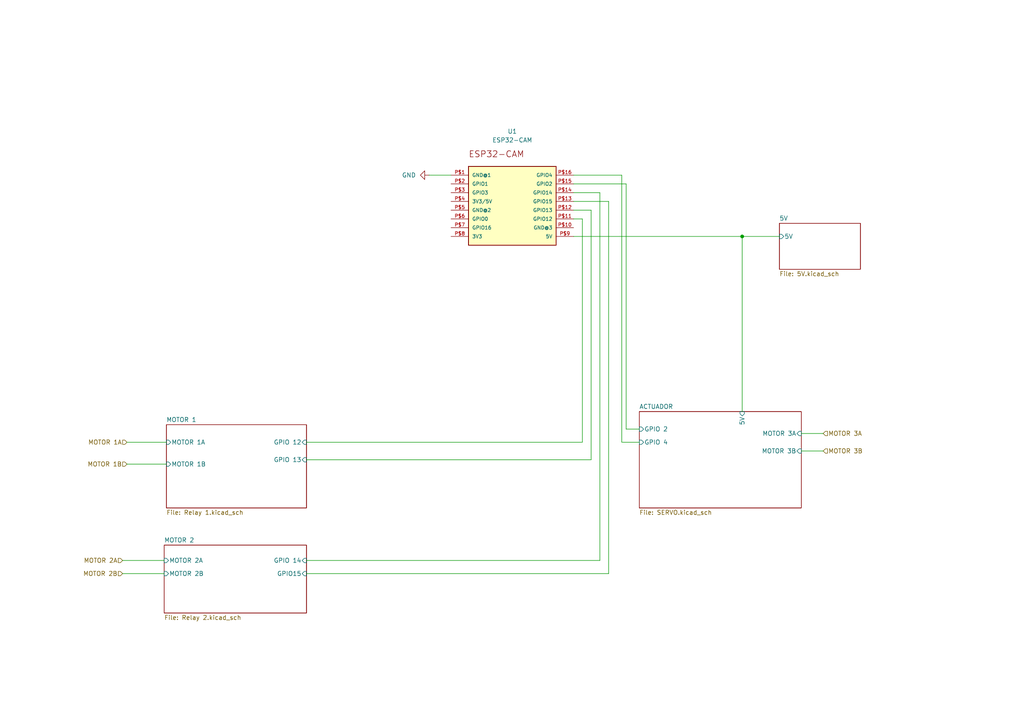
<source format=kicad_sch>
(kicad_sch
	(version 20250114)
	(generator "eeschema")
	(generator_version "9.0")
	(uuid "d41f4d92-1743-4747-8a62-fc731e8eea3c")
	(paper "A4")
	(lib_symbols
		(symbol "ESP32-CAM:ESP32-CAM"
			(pin_names
				(offset 1.016)
			)
			(exclude_from_sim no)
			(in_bom yes)
			(on_board yes)
			(property "Reference" "U"
				(at 0 0 0)
				(effects
					(font
						(size 1.27 1.27)
					)
					(justify bottom)
				)
			)
			(property "Value" "ESP32-CAM"
				(at 0 0 0)
				(effects
					(font
						(size 1.27 1.27)
					)
					(justify bottom)
				)
			)
			(property "Footprint" "ESP32-CAM:ESP32-CAM"
				(at 0 0 0)
				(effects
					(font
						(size 1.27 1.27)
					)
					(justify bottom)
					(hide yes)
				)
			)
			(property "Datasheet" ""
				(at 0 0 0)
				(effects
					(font
						(size 1.27 1.27)
					)
					(hide yes)
				)
			)
			(property "Description" ""
				(at 0 0 0)
				(effects
					(font
						(size 1.27 1.27)
					)
					(hide yes)
				)
			)
			(property "MF" "AI-Thinker"
				(at 0 0 0)
				(effects
					(font
						(size 1.27 1.27)
					)
					(justify bottom)
					(hide yes)
				)
			)
			(property "Description_1" "ESP32 ESP32 Transceiver; 802.11 a/b/g/n (Wi-Fi, WiFi, WLAN), Bluetooth® Smart 4.x Low Energy (BLE) Evaluation Board"
				(at 0 0 0)
				(effects
					(font
						(size 1.27 1.27)
					)
					(justify bottom)
					(hide yes)
				)
			)
			(property "Package" "None"
				(at 0 0 0)
				(effects
					(font
						(size 1.27 1.27)
					)
					(justify bottom)
					(hide yes)
				)
			)
			(property "Price" "None"
				(at 0 0 0)
				(effects
					(font
						(size 1.27 1.27)
					)
					(justify bottom)
					(hide yes)
				)
			)
			(property "SnapEDA_Link" "https://www.snapeda.com/parts/ESP32-CAM/AI-Thinker/view-part/?ref=snap"
				(at 0 0 0)
				(effects
					(font
						(size 1.27 1.27)
					)
					(justify bottom)
					(hide yes)
				)
			)
			(property "MP" "ESP32-CAM"
				(at 0 0 0)
				(effects
					(font
						(size 1.27 1.27)
					)
					(justify bottom)
					(hide yes)
				)
			)
			(property "Availability" "Not in stock"
				(at 0 0 0)
				(effects
					(font
						(size 1.27 1.27)
					)
					(justify bottom)
					(hide yes)
				)
			)
			(property "Check_prices" "https://www.snapeda.com/parts/ESP32-CAM/AI-Thinker/view-part/?ref=eda"
				(at 0 0 0)
				(effects
					(font
						(size 1.27 1.27)
					)
					(justify bottom)
					(hide yes)
				)
			)
			(symbol "ESP32-CAM_0_0"
				(rectangle
					(start -12.7 -10.16)
					(end 12.7 12.7)
					(stroke
						(width 0.254)
						(type default)
					)
					(fill
						(type background)
					)
				)
				(text "ESP32-CAM"
					(at -12.7 15.24 0)
					(effects
						(font
							(size 1.778 1.778)
						)
						(justify left bottom)
					)
				)
				(pin bidirectional line
					(at -17.78 10.16 0)
					(length 5.08)
					(name "GND@1"
						(effects
							(font
								(size 1.016 1.016)
							)
						)
					)
					(number "P$1"
						(effects
							(font
								(size 1.016 1.016)
							)
						)
					)
				)
				(pin bidirectional line
					(at -17.78 7.62 0)
					(length 5.08)
					(name "GPIO1"
						(effects
							(font
								(size 1.016 1.016)
							)
						)
					)
					(number "P$2"
						(effects
							(font
								(size 1.016 1.016)
							)
						)
					)
				)
				(pin bidirectional line
					(at -17.78 5.08 0)
					(length 5.08)
					(name "GPIO3"
						(effects
							(font
								(size 1.016 1.016)
							)
						)
					)
					(number "P$3"
						(effects
							(font
								(size 1.016 1.016)
							)
						)
					)
				)
				(pin bidirectional line
					(at -17.78 2.54 0)
					(length 5.08)
					(name "3V3/5V"
						(effects
							(font
								(size 1.016 1.016)
							)
						)
					)
					(number "P$4"
						(effects
							(font
								(size 1.016 1.016)
							)
						)
					)
				)
				(pin bidirectional line
					(at -17.78 0 0)
					(length 5.08)
					(name "GND@2"
						(effects
							(font
								(size 1.016 1.016)
							)
						)
					)
					(number "P$5"
						(effects
							(font
								(size 1.016 1.016)
							)
						)
					)
				)
				(pin bidirectional line
					(at -17.78 -2.54 0)
					(length 5.08)
					(name "GPIO0"
						(effects
							(font
								(size 1.016 1.016)
							)
						)
					)
					(number "P$6"
						(effects
							(font
								(size 1.016 1.016)
							)
						)
					)
				)
				(pin bidirectional line
					(at -17.78 -5.08 0)
					(length 5.08)
					(name "GPIO16"
						(effects
							(font
								(size 1.016 1.016)
							)
						)
					)
					(number "P$7"
						(effects
							(font
								(size 1.016 1.016)
							)
						)
					)
				)
				(pin bidirectional line
					(at -17.78 -7.62 0)
					(length 5.08)
					(name "3V3"
						(effects
							(font
								(size 1.016 1.016)
							)
						)
					)
					(number "P$8"
						(effects
							(font
								(size 1.016 1.016)
							)
						)
					)
				)
				(pin bidirectional line
					(at 17.78 10.16 180)
					(length 5.08)
					(name "GPIO4"
						(effects
							(font
								(size 1.016 1.016)
							)
						)
					)
					(number "P$16"
						(effects
							(font
								(size 1.016 1.016)
							)
						)
					)
				)
				(pin bidirectional line
					(at 17.78 7.62 180)
					(length 5.08)
					(name "GPIO2"
						(effects
							(font
								(size 1.016 1.016)
							)
						)
					)
					(number "P$15"
						(effects
							(font
								(size 1.016 1.016)
							)
						)
					)
				)
				(pin bidirectional line
					(at 17.78 5.08 180)
					(length 5.08)
					(name "GPIO14"
						(effects
							(font
								(size 1.016 1.016)
							)
						)
					)
					(number "P$14"
						(effects
							(font
								(size 1.016 1.016)
							)
						)
					)
				)
				(pin bidirectional line
					(at 17.78 2.54 180)
					(length 5.08)
					(name "GPIO15"
						(effects
							(font
								(size 1.016 1.016)
							)
						)
					)
					(number "P$13"
						(effects
							(font
								(size 1.016 1.016)
							)
						)
					)
				)
				(pin bidirectional line
					(at 17.78 0 180)
					(length 5.08)
					(name "GPIO13"
						(effects
							(font
								(size 1.016 1.016)
							)
						)
					)
					(number "P$12"
						(effects
							(font
								(size 1.016 1.016)
							)
						)
					)
				)
				(pin bidirectional line
					(at 17.78 -2.54 180)
					(length 5.08)
					(name "GPIO12"
						(effects
							(font
								(size 1.016 1.016)
							)
						)
					)
					(number "P$11"
						(effects
							(font
								(size 1.016 1.016)
							)
						)
					)
				)
				(pin bidirectional line
					(at 17.78 -5.08 180)
					(length 5.08)
					(name "GND@3"
						(effects
							(font
								(size 1.016 1.016)
							)
						)
					)
					(number "P$10"
						(effects
							(font
								(size 1.016 1.016)
							)
						)
					)
				)
				(pin bidirectional line
					(at 17.78 -7.62 180)
					(length 5.08)
					(name "5V"
						(effects
							(font
								(size 1.016 1.016)
							)
						)
					)
					(number "P$9"
						(effects
							(font
								(size 1.016 1.016)
							)
						)
					)
				)
			)
			(embedded_fonts no)
		)
		(symbol "power:GND"
			(power)
			(pin_numbers
				(hide yes)
			)
			(pin_names
				(offset 0)
				(hide yes)
			)
			(exclude_from_sim no)
			(in_bom yes)
			(on_board yes)
			(property "Reference" "#PWR"
				(at 0 -6.35 0)
				(effects
					(font
						(size 1.27 1.27)
					)
					(hide yes)
				)
			)
			(property "Value" "GND"
				(at 0 -3.81 0)
				(effects
					(font
						(size 1.27 1.27)
					)
				)
			)
			(property "Footprint" ""
				(at 0 0 0)
				(effects
					(font
						(size 1.27 1.27)
					)
					(hide yes)
				)
			)
			(property "Datasheet" ""
				(at 0 0 0)
				(effects
					(font
						(size 1.27 1.27)
					)
					(hide yes)
				)
			)
			(property "Description" "Power symbol creates a global label with name \"GND\" , ground"
				(at 0 0 0)
				(effects
					(font
						(size 1.27 1.27)
					)
					(hide yes)
				)
			)
			(property "ki_keywords" "global power"
				(at 0 0 0)
				(effects
					(font
						(size 1.27 1.27)
					)
					(hide yes)
				)
			)
			(symbol "GND_0_1"
				(polyline
					(pts
						(xy 0 0) (xy 0 -1.27) (xy 1.27 -1.27) (xy 0 -2.54) (xy -1.27 -1.27) (xy 0 -1.27)
					)
					(stroke
						(width 0)
						(type default)
					)
					(fill
						(type none)
					)
				)
			)
			(symbol "GND_1_1"
				(pin power_in line
					(at 0 0 270)
					(length 0)
					(name "~"
						(effects
							(font
								(size 1.27 1.27)
							)
						)
					)
					(number "1"
						(effects
							(font
								(size 1.27 1.27)
							)
						)
					)
				)
			)
			(embedded_fonts no)
		)
	)
	(junction
		(at 215.265 68.58)
		(diameter 0)
		(color 0 0 0 0)
		(uuid "b1713036-7a04-4fd1-8063-20e9fb51f46c")
	)
	(wire
		(pts
			(xy 88.9 162.56) (xy 173.99 162.56)
		)
		(stroke
			(width 0)
			(type default)
		)
		(uuid "167ac622-c316-4d68-8718-3301a5ce3fd0")
	)
	(wire
		(pts
			(xy 215.265 68.58) (xy 166.37 68.58)
		)
		(stroke
			(width 0)
			(type default)
		)
		(uuid "180fcddf-2639-455e-983e-6caf949c9903")
	)
	(wire
		(pts
			(xy 47.625 166.37) (xy 35.56 166.37)
		)
		(stroke
			(width 0)
			(type default)
		)
		(uuid "1b559cc7-e8cd-4092-80c2-5ca54599c6c7")
	)
	(wire
		(pts
			(xy 166.37 60.96) (xy 171.45 60.96)
		)
		(stroke
			(width 0)
			(type default)
		)
		(uuid "1c59e52f-2ca0-4932-bcb4-5cbe638a9195")
	)
	(wire
		(pts
			(xy 185.42 128.27) (xy 180.34 128.27)
		)
		(stroke
			(width 0)
			(type default)
		)
		(uuid "1e4ec8af-c689-4097-a33d-9327d9e82155")
	)
	(wire
		(pts
			(xy 166.37 63.5) (xy 168.91 63.5)
		)
		(stroke
			(width 0)
			(type default)
		)
		(uuid "2410f4e3-b27e-45c4-8347-6797f61b652a")
	)
	(wire
		(pts
			(xy 88.9 128.27) (xy 168.91 128.27)
		)
		(stroke
			(width 0)
			(type default)
		)
		(uuid "3716c054-ece6-4020-a330-23896642d3d1")
	)
	(wire
		(pts
			(xy 176.53 166.37) (xy 176.53 58.42)
		)
		(stroke
			(width 0)
			(type default)
		)
		(uuid "443d233a-a947-4516-8e0d-802f45066b2a")
	)
	(wire
		(pts
			(xy 215.265 68.58) (xy 226.06 68.58)
		)
		(stroke
			(width 0)
			(type default)
		)
		(uuid "49ee5fc0-bce1-4f6b-ba95-db6ee929fada")
	)
	(wire
		(pts
			(xy 181.61 124.46) (xy 181.61 53.34)
		)
		(stroke
			(width 0)
			(type default)
		)
		(uuid "5aafc0bb-d91a-4b0f-8531-ea548b686a1a")
	)
	(wire
		(pts
			(xy 173.99 55.88) (xy 166.37 55.88)
		)
		(stroke
			(width 0)
			(type default)
		)
		(uuid "623fb552-2a48-4715-a741-957905ea1033")
	)
	(wire
		(pts
			(xy 176.53 58.42) (xy 166.37 58.42)
		)
		(stroke
			(width 0)
			(type default)
		)
		(uuid "749cdad6-29f7-4336-8649-e07edc47d2d5")
	)
	(wire
		(pts
			(xy 48.26 134.62) (xy 36.83 134.62)
		)
		(stroke
			(width 0)
			(type default)
		)
		(uuid "74e37ba0-ef4b-4d9f-a27b-efea115985d8")
	)
	(wire
		(pts
			(xy 185.42 124.46) (xy 181.61 124.46)
		)
		(stroke
			(width 0)
			(type default)
		)
		(uuid "777adba9-52f7-4aa1-b8b1-578de29b7b44")
	)
	(wire
		(pts
			(xy 171.45 133.35) (xy 88.9 133.35)
		)
		(stroke
			(width 0)
			(type default)
		)
		(uuid "7cdb7334-22ac-445b-b6db-80f8382837d4")
	)
	(wire
		(pts
			(xy 88.9 166.37) (xy 176.53 166.37)
		)
		(stroke
			(width 0)
			(type default)
		)
		(uuid "887698fe-7c8d-4de3-813f-6ffa2b873663")
	)
	(wire
		(pts
			(xy 124.46 50.8) (xy 130.81 50.8)
		)
		(stroke
			(width 0)
			(type default)
		)
		(uuid "97225ea8-6ffc-4605-8aa7-c91a8b9ba61a")
	)
	(wire
		(pts
			(xy 180.34 50.8) (xy 166.37 50.8)
		)
		(stroke
			(width 0)
			(type default)
		)
		(uuid "9ffb93eb-b202-4603-b4c5-c5ce3224b0bb")
	)
	(wire
		(pts
			(xy 215.265 68.58) (xy 215.265 119.38)
		)
		(stroke
			(width 0)
			(type default)
		)
		(uuid "a5b3f0a2-0f8b-4367-b5f5-ee3faa77ffc5")
	)
	(wire
		(pts
			(xy 232.41 130.81) (xy 238.76 130.81)
		)
		(stroke
			(width 0)
			(type default)
		)
		(uuid "a5c21bac-4282-4ae9-819c-554919ac4055")
	)
	(wire
		(pts
			(xy 171.45 133.35) (xy 171.45 60.96)
		)
		(stroke
			(width 0)
			(type default)
		)
		(uuid "aade759b-3b6b-4162-8576-a5d6b60c0642")
	)
	(wire
		(pts
			(xy 173.99 162.56) (xy 173.99 55.88)
		)
		(stroke
			(width 0)
			(type default)
		)
		(uuid "b20e023e-4d84-4a24-b736-35e7bc5e85d8")
	)
	(wire
		(pts
			(xy 181.61 53.34) (xy 166.37 53.34)
		)
		(stroke
			(width 0)
			(type default)
		)
		(uuid "c130c1f6-dd78-4940-ac0c-6c76f9844b65")
	)
	(wire
		(pts
			(xy 180.34 128.27) (xy 180.34 50.8)
		)
		(stroke
			(width 0)
			(type default)
		)
		(uuid "d1a7d217-5764-4d04-8e92-be86a5d7dc77")
	)
	(wire
		(pts
			(xy 47.625 162.56) (xy 35.56 162.56)
		)
		(stroke
			(width 0)
			(type default)
		)
		(uuid "d6332b68-acf7-47af-a4c9-717e9b53623b")
	)
	(wire
		(pts
			(xy 36.83 128.27) (xy 48.26 128.27)
		)
		(stroke
			(width 0)
			(type default)
		)
		(uuid "d8057b34-1e88-4c7d-8030-f22a550bdfce")
	)
	(wire
		(pts
			(xy 168.91 128.27) (xy 168.91 63.5)
		)
		(stroke
			(width 0)
			(type default)
		)
		(uuid "ded6eb49-e505-4892-8739-afb05a293ad8")
	)
	(wire
		(pts
			(xy 232.41 125.73) (xy 238.76 125.73)
		)
		(stroke
			(width 0)
			(type default)
		)
		(uuid "e29deb3d-ec07-47a5-9240-23a55029a1ac")
	)
	(hierarchical_label "MOTOR 3B"
		(shape input)
		(at 238.76 130.81 0)
		(effects
			(font
				(size 1.27 1.27)
			)
			(justify left)
		)
		(uuid "163c0d9b-b758-4278-ad2e-76cf949ac9e8")
	)
	(hierarchical_label "MOTOR 1A"
		(shape input)
		(at 36.83 128.27 180)
		(effects
			(font
				(size 1.27 1.27)
			)
			(justify right)
		)
		(uuid "4e82bca1-6411-4a23-9314-29d067f2c4f4")
	)
	(hierarchical_label "MOTOR 3A"
		(shape input)
		(at 238.76 125.73 0)
		(effects
			(font
				(size 1.27 1.27)
			)
			(justify left)
		)
		(uuid "5a001499-e772-4980-92a6-0e2c9afc2e95")
	)
	(hierarchical_label "MOTOR 1B"
		(shape input)
		(at 36.83 134.62 180)
		(effects
			(font
				(size 1.27 1.27)
			)
			(justify right)
		)
		(uuid "89093d91-2dd4-457d-a017-5f5144688cf6")
	)
	(hierarchical_label "MOTOR 2B"
		(shape input)
		(at 35.56 166.37 180)
		(effects
			(font
				(size 1.27 1.27)
			)
			(justify right)
		)
		(uuid "cd777dcb-8082-4fc7-b47a-81da776518ef")
	)
	(hierarchical_label "MOTOR 2A"
		(shape input)
		(at 35.56 162.56 180)
		(effects
			(font
				(size 1.27 1.27)
			)
			(justify right)
		)
		(uuid "d18d26f5-c022-4171-b0f6-573232081f59")
	)
	(symbol
		(lib_id "power:GND")
		(at 124.46 50.8 270)
		(mirror x)
		(unit 1)
		(exclude_from_sim no)
		(in_bom yes)
		(on_board yes)
		(dnp no)
		(fields_autoplaced yes)
		(uuid "2767ad22-e479-4bbc-bc1f-21f250b1bb28")
		(property "Reference" "#PWR014"
			(at 118.11 50.8 0)
			(effects
				(font
					(size 1.27 1.27)
				)
				(hide yes)
			)
		)
		(property "Value" "GND"
			(at 120.65 50.7999 90)
			(effects
				(font
					(size 1.27 1.27)
				)
				(justify right)
			)
		)
		(property "Footprint" ""
			(at 124.46 50.8 0)
			(effects
				(font
					(size 1.27 1.27)
				)
				(hide yes)
			)
		)
		(property "Datasheet" ""
			(at 124.46 50.8 0)
			(effects
				(font
					(size 1.27 1.27)
				)
				(hide yes)
			)
		)
		(property "Description" "Power symbol creates a global label with name \"GND\" , ground"
			(at 124.46 50.8 0)
			(effects
				(font
					(size 1.27 1.27)
				)
				(hide yes)
			)
		)
		(pin "1"
			(uuid "5180f84d-1fc8-45e9-8ac9-18eb1b30c69b")
		)
		(instances
			(project "Submarino"
				(path "/02e45749-4030-483e-a965-510a49dc6379/9bd63853-ef46-4eea-b157-bc487cd7a735"
					(reference "#PWR014")
					(unit 1)
				)
			)
		)
	)
	(symbol
		(lib_id "ESP32-CAM:ESP32-CAM")
		(at 148.59 60.96 0)
		(unit 1)
		(exclude_from_sim no)
		(in_bom yes)
		(on_board yes)
		(dnp no)
		(fields_autoplaced yes)
		(uuid "68f73709-cbbc-4815-aa4b-1d1ce1560db0")
		(property "Reference" "U1"
			(at 148.59 38.1 0)
			(effects
				(font
					(size 1.27 1.27)
				)
			)
		)
		(property "Value" "ESP32-CAM"
			(at 148.59 40.64 0)
			(effects
				(font
					(size 1.27 1.27)
				)
			)
		)
		(property "Footprint" "ESP32-CAM:ESP32-CAM"
			(at 148.59 60.96 0)
			(effects
				(font
					(size 1.27 1.27)
				)
				(justify bottom)
				(hide yes)
			)
		)
		(property "Datasheet" ""
			(at 148.59 60.96 0)
			(effects
				(font
					(size 1.27 1.27)
				)
				(hide yes)
			)
		)
		(property "Description" ""
			(at 148.59 60.96 0)
			(effects
				(font
					(size 1.27 1.27)
				)
				(hide yes)
			)
		)
		(property "MF" "AI-Thinker"
			(at 148.59 60.96 0)
			(effects
				(font
					(size 1.27 1.27)
				)
				(justify bottom)
				(hide yes)
			)
		)
		(property "Description_1" "ESP32 ESP32 Transceiver; 802.11 a/b/g/n (Wi-Fi, WiFi, WLAN), Bluetooth® Smart 4.x Low Energy (BLE) Evaluation Board"
			(at 148.59 60.96 0)
			(effects
				(font
					(size 1.27 1.27)
				)
				(justify bottom)
				(hide yes)
			)
		)
		(property "Package" "None"
			(at 148.59 60.96 0)
			(effects
				(font
					(size 1.27 1.27)
				)
				(justify bottom)
				(hide yes)
			)
		)
		(property "Price" "None"
			(at 148.59 60.96 0)
			(effects
				(font
					(size 1.27 1.27)
				)
				(justify bottom)
				(hide yes)
			)
		)
		(property "SnapEDA_Link" "https://www.snapeda.com/parts/ESP32-CAM/AI-Thinker/view-part/?ref=snap"
			(at 148.59 60.96 0)
			(effects
				(font
					(size 1.27 1.27)
				)
				(justify bottom)
				(hide yes)
			)
		)
		(property "MP" "ESP32-CAM"
			(at 148.59 60.96 0)
			(effects
				(font
					(size 1.27 1.27)
				)
				(justify bottom)
				(hide yes)
			)
		)
		(property "Availability" "Not in stock"
			(at 148.59 60.96 0)
			(effects
				(font
					(size 1.27 1.27)
				)
				(justify bottom)
				(hide yes)
			)
		)
		(property "Check_prices" "https://www.snapeda.com/parts/ESP32-CAM/AI-Thinker/view-part/?ref=eda"
			(at 148.59 60.96 0)
			(effects
				(font
					(size 1.27 1.27)
				)
				(justify bottom)
				(hide yes)
			)
		)
		(pin "P$5"
			(uuid "e88ed755-aecb-48df-a41f-85cd007a062e")
		)
		(pin "P$3"
			(uuid "7bfa329c-031d-475e-900b-30c978ef0559")
		)
		(pin "P$7"
			(uuid "a37bed2c-99bf-49d7-bdb0-bde03eb35eb3")
		)
		(pin "P$15"
			(uuid "da2b1965-8dcb-46aa-bdae-0eee3f3fb891")
		)
		(pin "P$10"
			(uuid "d8e98880-3fe7-487b-b9e0-f0874928a3df")
		)
		(pin "P$8"
			(uuid "55eb1fd5-dcc1-485b-a1b7-64c4ec98baa6")
		)
		(pin "P$13"
			(uuid "1791278a-e433-44d7-963a-1924a78a3c77")
		)
		(pin "P$9"
			(uuid "9adb20a8-d3fb-48b8-920f-3376d5ed0d8a")
		)
		(pin "P$2"
			(uuid "60a82476-56e9-4654-9bd5-e7e6a052cb78")
		)
		(pin "P$11"
			(uuid "578af5c1-b59b-4ae2-ae03-d41140c3b826")
		)
		(pin "P$4"
			(uuid "d41ac5c9-baa9-49e8-b66e-964031dbfafa")
		)
		(pin "P$16"
			(uuid "1686e0cb-1f3e-4053-8082-f526fb4a4f38")
		)
		(pin "P$14"
			(uuid "146c1306-a43e-4de6-91f8-cd41ee3822bf")
		)
		(pin "P$1"
			(uuid "257897ab-3524-4805-9fe8-1f9b25227211")
		)
		(pin "P$12"
			(uuid "a0c81262-8556-434e-91bb-b7df378da5cd")
		)
		(pin "P$6"
			(uuid "63839d67-8351-4cbf-8d78-f6403bcee1d4")
		)
		(instances
			(project ""
				(path "/02e45749-4030-483e-a965-510a49dc6379/9bd63853-ef46-4eea-b157-bc487cd7a735"
					(reference "U1")
					(unit 1)
				)
			)
		)
	)
	(sheet
		(at 47.625 158.115)
		(size 41.275 19.685)
		(exclude_from_sim no)
		(in_bom yes)
		(on_board yes)
		(dnp no)
		(fields_autoplaced yes)
		(stroke
			(width 0.1524)
			(type solid)
		)
		(fill
			(color 0 0 0 0.0000)
		)
		(uuid "357d6d8c-0df6-4421-8522-e807bc8457ff")
		(property "Sheetname" "MOTOR 2"
			(at 47.625 157.4034 0)
			(effects
				(font
					(size 1.27 1.27)
				)
				(justify left bottom)
			)
		)
		(property "Sheetfile" "Relay 2.kicad_sch"
			(at 47.625 178.3846 0)
			(effects
				(font
					(size 1.27 1.27)
				)
				(justify left top)
			)
		)
		(pin "MOTOR 2A" input
			(at 47.625 162.56 180)
			(uuid "1860d014-2667-4459-8310-e4c0c3b82e45")
			(effects
				(font
					(size 1.27 1.27)
				)
				(justify left)
			)
		)
		(pin "MOTOR 2B" input
			(at 47.625 166.37 180)
			(uuid "ca1c0af9-6254-48cc-b341-c8b94a3c7f02")
			(effects
				(font
					(size 1.27 1.27)
				)
				(justify left)
			)
		)
		(pin "GPIO 14" input
			(at 88.9 162.56 0)
			(uuid "f55585b2-4a26-4ff4-9f08-65a0240af1e2")
			(effects
				(font
					(size 1.27 1.27)
				)
				(justify right)
			)
		)
		(pin "GPIO15" input
			(at 88.9 166.37 0)
			(uuid "45e87af7-aa84-47ba-bea1-33c335b54314")
			(effects
				(font
					(size 1.27 1.27)
				)
				(justify right)
			)
		)
		(instances
			(project "Submarino"
				(path "/02e45749-4030-483e-a965-510a49dc6379/9bd63853-ef46-4eea-b157-bc487cd7a735"
					(page "4")
				)
			)
		)
	)
	(sheet
		(at 226.06 64.77)
		(size 23.495 13.335)
		(exclude_from_sim no)
		(in_bom yes)
		(on_board yes)
		(dnp no)
		(fields_autoplaced yes)
		(stroke
			(width 0.1524)
			(type solid)
		)
		(fill
			(color 0 0 0 0.0000)
		)
		(uuid "68f6bd8d-b693-4eb9-a46b-a5ba026b7997")
		(property "Sheetname" "5V"
			(at 226.06 64.0584 0)
			(effects
				(font
					(size 1.27 1.27)
				)
				(justify left bottom)
			)
		)
		(property "Sheetfile" "5V.kicad_sch"
			(at 226.06 78.6896 0)
			(effects
				(font
					(size 1.27 1.27)
				)
				(justify left top)
			)
		)
		(pin "5V" input
			(at 226.06 68.58 180)
			(uuid "45153068-28be-46b8-8aaa-f9b183dd2708")
			(effects
				(font
					(size 1.27 1.27)
				)
				(justify left)
			)
		)
		(instances
			(project "Submarino"
				(path "/02e45749-4030-483e-a965-510a49dc6379/9bd63853-ef46-4eea-b157-bc487cd7a735"
					(page "6")
				)
			)
		)
	)
	(sheet
		(at 48.26 123.19)
		(size 40.64 24.13)
		(exclude_from_sim no)
		(in_bom yes)
		(on_board yes)
		(dnp no)
		(fields_autoplaced yes)
		(stroke
			(width 0.1524)
			(type solid)
		)
		(fill
			(color 0 0 0 0.0000)
		)
		(uuid "c0b7f7d7-a474-4c6e-8615-4a4cd9b674a6")
		(property "Sheetname" "MOTOR 1"
			(at 48.26 122.4784 0)
			(effects
				(font
					(size 1.27 1.27)
				)
				(justify left bottom)
			)
		)
		(property "Sheetfile" "Relay 1.kicad_sch"
			(at 48.26 147.9046 0)
			(effects
				(font
					(size 1.27 1.27)
				)
				(justify left top)
			)
		)
		(pin "MOTOR 1A" input
			(at 48.26 128.27 180)
			(uuid "0a56fe65-5009-4e0b-9b84-de47b9ad1062")
			(effects
				(font
					(size 1.27 1.27)
				)
				(justify left)
			)
		)
		(pin "MOTOR 1B" input
			(at 48.26 134.62 180)
			(uuid "38888100-12c9-4e21-92f0-98cd0af6d0ce")
			(effects
				(font
					(size 1.27 1.27)
				)
				(justify left)
			)
		)
		(pin "GPIO 12" input
			(at 88.9 128.27 0)
			(uuid "0b8a8631-1907-4f6f-9bc9-f882336db205")
			(effects
				(font
					(size 1.27 1.27)
				)
				(justify right)
			)
		)
		(pin "GPIO 13" input
			(at 88.9 133.35 0)
			(uuid "50ff870d-4fb2-4ba0-abb7-8f51cfc0ddc1")
			(effects
				(font
					(size 1.27 1.27)
				)
				(justify right)
			)
		)
		(instances
			(project "Submarino"
				(path "/02e45749-4030-483e-a965-510a49dc6379/9bd63853-ef46-4eea-b157-bc487cd7a735"
					(page "3")
				)
			)
		)
	)
	(sheet
		(at 185.42 119.38)
		(size 46.99 27.94)
		(exclude_from_sim no)
		(in_bom yes)
		(on_board yes)
		(dnp no)
		(fields_autoplaced yes)
		(stroke
			(width 0.1524)
			(type solid)
		)
		(fill
			(color 0 0 0 0.0000)
		)
		(uuid "c886c5b8-5405-4c4a-81c8-127209143581")
		(property "Sheetname" "ACTUADOR"
			(at 185.42 118.6684 0)
			(effects
				(font
					(size 1.27 1.27)
				)
				(justify left bottom)
			)
		)
		(property "Sheetfile" "SERVO.kicad_sch"
			(at 185.42 147.9046 0)
			(effects
				(font
					(size 1.27 1.27)
				)
				(justify left top)
			)
		)
		(pin "5V" input
			(at 215.265 119.38 90)
			(uuid "5f18dd35-8088-4091-8b97-35dbdf5ea389")
			(effects
				(font
					(size 1.27 1.27)
				)
				(justify right)
			)
		)
		(pin "GPIO 2" input
			(at 185.42 124.46 180)
			(uuid "0614530b-d589-4a4b-b1c2-f99630faca88")
			(effects
				(font
					(size 1.27 1.27)
				)
				(justify left)
			)
		)
		(pin "GPIO 4" input
			(at 185.42 128.27 180)
			(uuid "b539b5d5-a96c-47ed-bd2d-39ce85a078c5")
			(effects
				(font
					(size 1.27 1.27)
				)
				(justify left)
			)
		)
		(pin "MOTOR 3A" input
			(at 232.41 125.73 0)
			(uuid "dac04eed-91aa-41ae-a9b0-bd701e3dc777")
			(effects
				(font
					(size 1.27 1.27)
				)
				(justify right)
			)
		)
		(pin "MOTOR 3B" input
			(at 232.41 130.81 0)
			(uuid "67ce8d97-c258-45f1-8e66-dbc556c1ce93")
			(effects
				(font
					(size 1.27 1.27)
				)
				(justify right)
			)
		)
		(instances
			(project "Submarino"
				(path "/02e45749-4030-483e-a965-510a49dc6379/9bd63853-ef46-4eea-b157-bc487cd7a735"
					(page "5")
				)
			)
		)
	)
)

</source>
